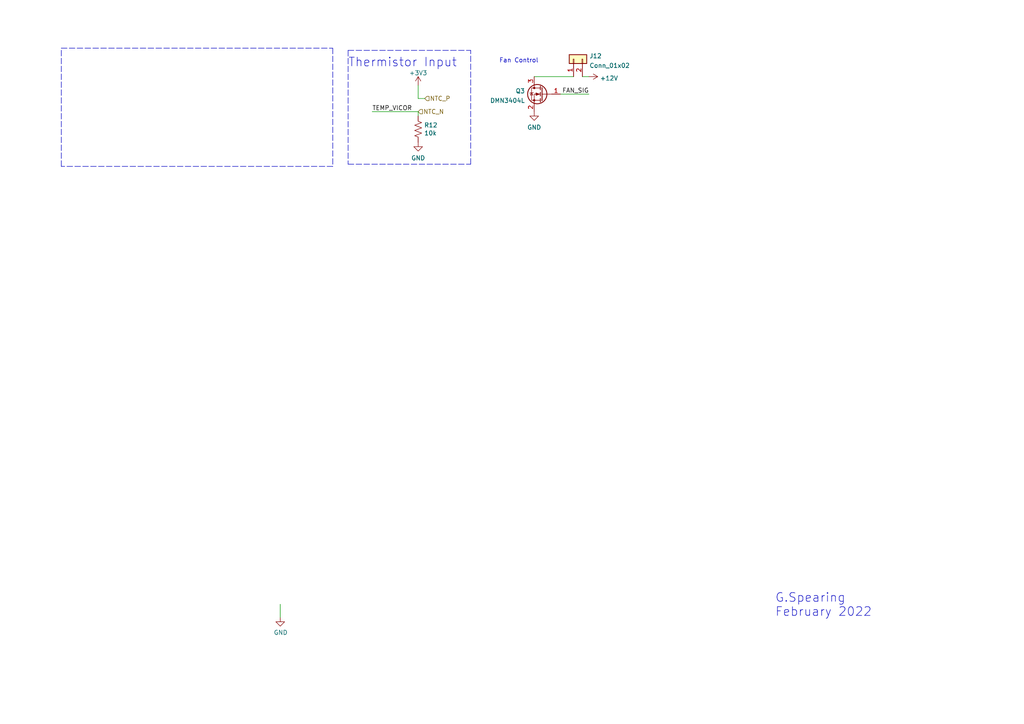
<source format=kicad_sch>
(kicad_sch (version 20211123) (generator eeschema)
  (paper "A4")
  (lib_symbols
    (symbol "Connector_Generic:Conn_01x02" (pin_names (offset 1.016) hide)
      (property "Reference" "J" (at 0 2.54 0))
      (property "Value" "Conn_01x02" (at 0 -5.08 0))
      (symbol "Conn_01x02_1_1"
        (rectangle (start -1.27 -2.413) (end 0 -2.667) (stroke (width 0.1524)))
        (rectangle (start -1.27 0.127) (end 0 -0.127) (stroke (width 0.1524)))
        (rectangle (start -1.27 1.27) (end 1.27 -3.81) (stroke (width 0.254)) (fill (type background)))
        (pin passive line (at -5.08 0 0) (length 3.81) (name "Pin_1") (number "1"))
        (pin passive line (at -5.08 -2.54 0) (length 3.81) (name "Pin_2") (number "2"))
      )
    )
    (symbol "Device:Q_NMOS_GSD" (pin_names (offset 0) hide)
      (property "Reference" "Q" (at 5.08 1.27 0))
      (property "Value" "Q_NMOS_GSD" (at 5.08 -1.27 0))
      (symbol "Q_NMOS_GSD_0_1"
        (polyline (pts (xy 0.254 0) (xy -2.54 0)))
        (polyline (pts (xy 0.254 1.905) (xy 0.254 -1.905)) (stroke (width 0.254)))
        (polyline (pts (xy 0.762 -1.27) (xy 0.762 -2.286)) (stroke (width 0.254)))
        (polyline (pts (xy 0.762 0.508) (xy 0.762 -0.508)) (stroke (width 0.254)))
        (polyline (pts (xy 0.762 2.286) (xy 0.762 1.27)) (stroke (width 0.254)))
        (polyline (pts (xy 2.54 2.54) (xy 2.54 1.778)))
        (polyline (pts (xy 2.54 -2.54) (xy 2.54 0) (xy 0.762 0)))
        (polyline (pts (xy 0.762 -1.778) (xy 3.302 -1.778) (xy 3.302 1.778) (xy 0.762 1.778)))
        (polyline (pts (xy 1.016 0) (xy 2.032 0.381) (xy 2.032 -0.381) (xy 1.016 0)) (fill (type outline)))
        (polyline (pts (xy 2.794 0.508) (xy 2.921 0.381) (xy 3.683 0.381) (xy 3.81 0.254)))
        (polyline (pts (xy 3.302 0.381) (xy 2.921 -0.254) (xy 3.683 -0.254) (xy 3.302 0.381)))
        (circle (center 1.651 0) (radius 2.794) (stroke (width 0.254)))
        (circle (center 2.54 -1.778) (radius 0.254) (fill (type outline)))
        (circle (center 2.54 1.778) (radius 0.254) (fill (type outline)))
      )
      (symbol "Q_NMOS_GSD_1_1"
        (pin input line (at -5.08 0 0) (length 2.54) (name "G") (number "1"))
        (pin passive line (at 2.54 -5.08 90) (length 2.54) (name "S") (number "2"))
        (pin passive line (at 2.54 5.08 270) (length 2.54) (name "D") (number "3"))
      )
    )
    (symbol "Device:R_US" (pin_numbers hide) (pin_names (offset 0))
      (property "Reference" "R" (at 2.54 0 90))
      (property "Value" "R_US" (at -2.54 0 90))
      (symbol "R_US_0_1"
        (polyline (pts (xy 0 -2.286) (xy 0 -2.54)))
        (polyline (pts (xy 0 2.286) (xy 0 2.54)))
        (polyline (pts (xy 0 -0.762) (xy 1.016 -1.143) (xy 0 -1.524) (xy -1.016 -1.905) (xy 0 -2.286)))
        (polyline (pts (xy 0 0.762) (xy 1.016 0.381) (xy 0 0) (xy -1.016 -0.381) (xy 0 -0.762)))
        (polyline (pts (xy 0 2.286) (xy 1.016 1.905) (xy 0 1.524) (xy -1.016 1.143) (xy 0 0.762)))
      )
      (symbol "R_US_1_1"
        (pin passive line (at 0 3.81 270) (length 1.27) (name "~") (number "1"))
        (pin passive line (at 0 -3.81 90) (length 1.27) (name "~") (number "2"))
      )
    )
    (symbol "power:+12V" (power) (pin_names (offset 0))
      (property "Value" "+12V" (at 0 3.556 0))
      (symbol "+12V_0_1"
        (polyline (pts (xy -0.762 1.27) (xy 0 2.54)))
        (polyline (pts (xy 0 0) (xy 0 2.54)))
        (polyline (pts (xy 0 2.54) (xy 0.762 1.27)))
      )
      (symbol "+12V_1_1"
        (pin power_in line (at 0 0 90) (length 0) hide (name "+12V") (number "1"))
      )
    )
    (symbol "power:+3.3V" (power) (pin_names (offset 0))
      (property "Value" "+3.3V" (at 0 3.556 0))
      (symbol "+3.3V_0_1"
        (polyline (pts (xy -0.762 1.27) (xy 0 2.54)))
        (polyline (pts (xy 0 0) (xy 0 2.54)))
        (polyline (pts (xy 0 2.54) (xy 0.762 1.27)))
      )
      (symbol "+3.3V_1_1"
        (pin power_in line (at 0 0 90) (length 0) hide (name "+3V3") (number "1"))
      )
    )
    (symbol "power:GND" (power) (pin_names (offset 0))
      (property "Value" "GND" (at 0 -3.81 0))
      (symbol "GND_0_1"
        (polyline (pts (xy 0 0) (xy 0 -1.27) (xy 1.27 -1.27) (xy 0 -2.54) (xy -1.27 -1.27) (xy 0 -1.27)))
      )
      (symbol "GND_1_1"
        (pin power_in line (at 0 0 270) (length 0) hide (name "GND") (number "1"))
      )
    )
  )
  (wire (pts (xy 162.56 27.305) (xy 170.815 27.305)))
  (wire (pts (xy 81.28 179.07) (xy 81.28 175.26)))
  (wire (pts (xy 121.285 24.765) (xy 121.285 28.575)))
  (polyline (pts (xy 96.52 13.97) (xy 96.52 48.26)))
  (polyline (pts (xy 100.965 47.625) (xy 136.525 47.625)))
  (wire (pts (xy 168.91 22.225) (xy 170.815 22.225)))
  (wire (pts (xy 107.95 32.385) (xy 121.285 32.385)))
  (polyline (pts (xy 17.78 48.26) (xy 17.78 13.97)))
  (polyline (pts (xy 96.52 48.26) (xy 17.78 48.26)))
  (wire (pts (xy 121.285 28.575) (xy 123.19 28.575)))
  (polyline (pts (xy 100.965 14.605) (xy 100.965 47.625)))
  (wire (pts (xy 154.94 22.225) (xy 166.37 22.225)))
  (polyline (pts (xy 136.525 47.625) (xy 136.525 14.605)))
  (polyline (pts (xy 100.965 14.605) (xy 136.525 14.605)))
  (polyline (pts (xy 17.78 13.97) (xy 96.52 13.97)))
  (wire (pts (xy 121.285 33.655) (xy 121.285 32.385)))
  (text "G.Spearing\nFebruary 2022" (at 224.79 179.07 0) (effects (font (size 2.54 2.54)) (justify left bottom)))
  (text "Fan Control" (at 144.78 18.415 0) (effects (font (size 1.27 1.27)) (justify left bottom)))
  (text "Thermistor Input\n" (at 100.965 19.685 0) (effects (font (size 2.54 2.54)) (justify left bottom)))
  (label "FAN_SIG" (at 170.815 27.305 180))
  (label "TEMP_VICOR" (at 107.95 32.385 0))
  (hierarchical_label "NTC_N" (shape input) (at 121.285 32.385 0))
  (hierarchical_label "NTC_P" (shape input) (at 123.19 28.575 0))
  (symbol (lib_id "Device:R_US") (at 121.285 37.465 180) (unit 1)
    (property "Reference" "R12" (at 123.0122 36.2966 0) (effects (justify right)))
    (property "Value" "10k" (at 123.0122 38.608 0) (effects (justify right)))
    (property "Footprint" "Resistor_SMD:R_0603_1608Metric_Pad0.98x0.95mm_HandSolder" (effects hide))
  )
  (symbol (lib_id "power:GND") (at 81.28 179.07 0) (unit 1)
    (property "Reference" "#PWR027" (effects hide))
    (property "Value" "GND" (at 81.407 183.4642 0))
  )
  (symbol (lib_id "power:GND") (at 154.94 32.385 0) (mirror y) (unit 1)
    (property "Reference" "#PWR0114" (effects hide))
    (property "Value" "GND" (at 154.94 36.9475 0))
  )
  (symbol (lib_id "power:GND") (at 121.285 41.275 0) (unit 1)
    (property "Reference" "#PWR0102" (effects hide))
    (property "Value" "GND" (at 121.285 45.8375 0))
  )
  (symbol (lib_id "Connector_Generic:Conn_01x02") (at 166.37 17.145 90) (unit 1)
    (property "Reference" "J12" (at 170.942 16.2365 90) (effects (justify right)))
    (property "Value" "Conn_01x02" (at 170.942 19.0116 90) (effects (justify right)))
    (property "Footprint" "Connector_JST:JST_XH_B2B-XH-A_1x02_P2.50mm_Vertical" (effects hide))
  )
  (symbol (lib_id "power:+12V") (at 170.815 22.225 270) (unit 1)
    (property "Reference" "#PWR0113" (effects hide))
    (property "Value" "+12V" (at 173.99 22.704 90) (effects (justify left)))
  )
  (symbol (lib_id "power:+3.3V") (at 121.285 24.765 0) (unit 1)
    (property "Reference" "#PWR0101" (effects hide))
    (property "Value" "+3.3V" (at 121.285 21.1605 0))
  )
  (symbol (lib_id "Device:Q_NMOS_GSD") (at 157.48 27.305 0) (mirror y) (unit 1)
    (property "Reference" "Q3" (at 152.2731 26.3965 0) (effects (justify left)))
    (property "Value" "DMN3404L" (at 152.2731 29.1716 0) (effects (justify left)))
    (property "Footprint" "Package_TO_SOT_SMD:SOT-23_Handsoldering" (effects hide))
  )
)
</source>
